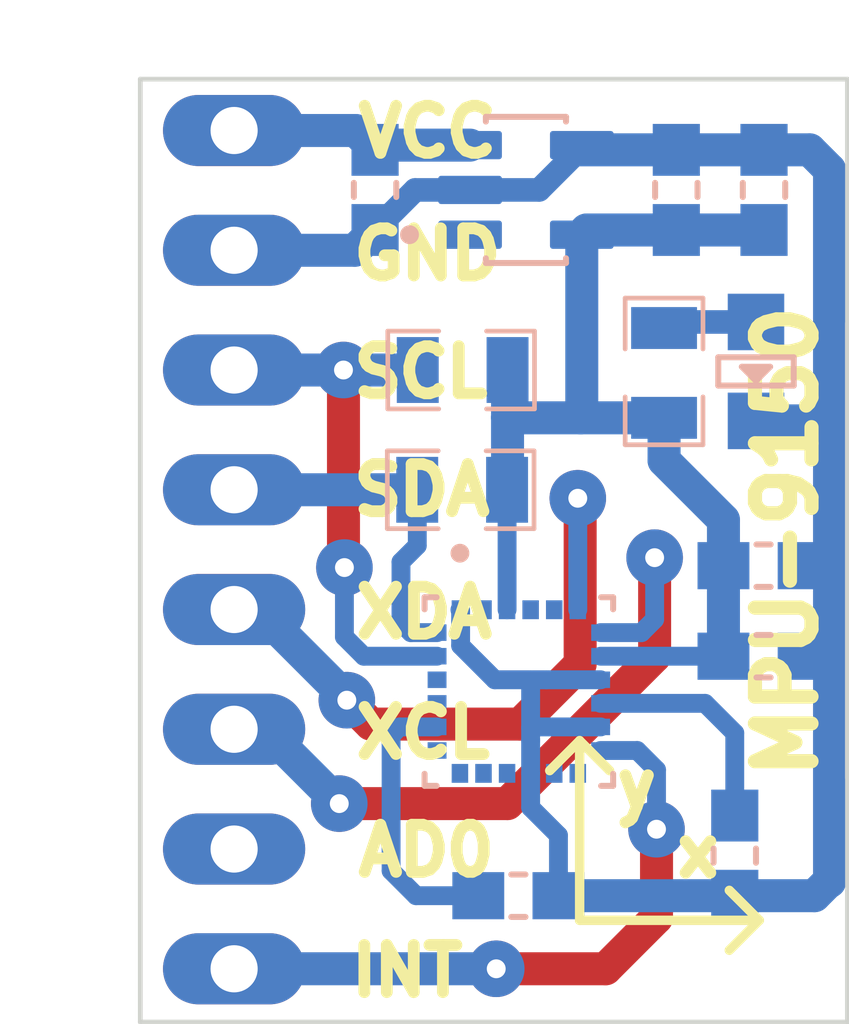
<source format=kicad_pcb>
(kicad_pcb (version 20221018) (generator pcbnew)
  (layers (0 "F.Cu" signal) (31 "B.Cu" signal) (34 "B.Paste" user) (35 "F.Paste" user) (36 "B.SilkS" user "B.Silkscreen") (37 "F.SilkS" user "F.Silkscreen") (38 "B.Mask" user) (39 "F.Mask" user) (44 "Edge.Cuts" user))
  (net 0 "")
  (net 1 "GND")
  (net 2 "Net-(U1-CPOUT)")
  (net 3 "Net-(U1-REGOUT)")
  (net 4 "+3.3V")
  (net 5 "VCC")
  (net 6 "Net-(LED1-A)")
  (net 7 "/SCL")
  (net 8 "/SDA")
  (net 9 "/XDA")
  (net 10 "/XCL")
  (net 11 "/INT")
  (footprint "clipboard:70e4de65-3598-4798-9b89-24573daf4825" (layer "F.Cu") (at 170.12925 58.38175)
    (fp_text reference "" (at 0 0) (layer "F.SilkS") (effects (font (size 1.27 1.27))))
    (fp_text value "" (at 0 0) (layer "F.SilkS") (effects (font (size 1.27 1.27))))
    (fp_text user "y" (at -2.6 -3.4) (layer "F.SilkS") (effects (font (thickness 0.25) bold)))
    (fp_text user "x" (at -1.3 -2) (layer "F.SilkS") (effects (font (thickness 0.25) bold)))
    (fp_line (start -3.81 -4.35) (end -4.445 -3.715) (stroke (width 0.2)) (layer "F.SilkS"))
    (fp_line (start -3.81 -4.35) (end -3.175 -3.715) (stroke (width 0.2)) (layer "F.SilkS"))
    (fp_line (start -3.81 -0.54) (end -3.81 -4.35) (stroke (width 0.2)) (layer "F.SilkS"))
    (fp_line (start -3.81 -0.54) (end 0 -0.54) (stroke (width 0.2)) (layer "F.SilkS"))
    (fp_line (start 0 -0.54) (end -0.635 -1.175) (stroke (width 0.2)) (layer "F.SilkS"))
    (fp_line (start 0 -0.54) (end -0.635 0.095) (stroke (width 0.2)) (layer "F.SilkS"))
  )
  (footprint "footprints:GY-521-MPU-6050" (layer "F.Cu") (at 158.99 50)
    (fp_text reference "P1" hide)
    (fp_text value "CONN_01X08")
    (pad "1" thru_hole oval (at 0 -8.91) (size 3.016 1.508) (drill 1) (layers "*.Cu" "*.Mask") (net 5 "VCC"))
    (pad "2" thru_hole oval (at 0 -6.37) (size 3.016 1.508) (drill 1) (layers "*.Cu" "*.Mask") (net 1 "GND"))
    (pad "3" thru_hole oval (at 0 -3.83) (size 3.016 1.508) (drill 1) (layers "*.Cu" "*.Mask") (net 7 "/SCL"))
    (pad "4" thru_hole oval (at 0 -1.29) (size 3.016 1.508) (drill 1) (layers "*.Cu" "*.Mask") (net 8 "/SDA"))
    (pad "5" thru_hole oval (at 0 1.25) (size 3.016 1.508) (drill 1) (layers "*.Cu" "*.Mask") (net 9 "/XDA"))
    (pad "6" thru_hole oval (at 0 3.79) (size 3.016 1.508) (drill 1) (layers "*.Cu" "*.Mask") (net 10 "/XCL"))
    (pad "7" thru_hole oval (at 0 6.33) (size 3.016 1.508) (drill 1) (layers "*.Cu" "*.Mask"))
    (pad "8" thru_hole oval (at 0 8.87) (size 3.016 1.508) (drill 1) (layers "*.Cu" "*.Mask") (net 11 "/INT"))
  )
  (footprint "footprints:C_0603" (layer "B.Cu") (at 169.61 56.47 90)
    (fp_text reference "C2" hide)
    (fp_text value "100nF")
    (fp_line (start -0.15 -0.45) (end 0.15 -0.45) (stroke (width 0.127)) (layer "B.SilkS"))
    (fp_line (start -0.15 0.45) (end 0.15 0.45) (stroke (width 0.127)) (layer "B.SilkS"))
    (pad "1" smd rect (at -0.85 0 90) (size 1.1 1) (layers "B.Cu" "B.Paste" "B.Mask") (net 1 "GND"))
    (pad "2" smd rect (at 0.85 0 90) (size 1.1 1) (layers "B.Cu" "B.Paste" "B.Mask") (net 3 "Net-(U1-REGOUT)"))
  )
  (footprint "EESTN5:R_0805" (layer "B.Cu") (at 168.11 46.23175 90)
    (fp_text reference "R3" hide)
    (fp_text value "1K" hide)
    (fp_line (start -1.524 -0.8255) (end -1.524 0.8255) (stroke (width 0.09906)) (layer "B.SilkS"))
    (fp_line (start -1.524 0.8255) (end -0.508 0.8255) (stroke (width 0.09906)) (layer "B.SilkS"))
    (fp_line (start -0.508 -0.8255) (end -1.524 -0.8255) (stroke (width 0.09906)) (layer "B.SilkS"))
    (fp_line (start 0.508 0.8255) (end 1.5875 0.8255) (stroke (width 0.09906)) (layer "B.SilkS"))
    (fp_line (start 1.5875 -0.8255) (end 0.508 -0.8255) (stroke (width 0.09906)) (layer "B.SilkS"))
    (fp_line (start 1.5875 0.8255) (end 1.5875 -0.8255) (stroke (width 0.09906)) (layer "B.SilkS"))
    (pad "1" smd rect (at -0.9525 0 90) (size 0.889 1.397) (layers "B.Cu" "B.Paste" "B.Mask") (net 4 "+3.3V"))
    (pad "2" smd rect (at 0.9525 0 90) (size 0.889 1.397) (layers "B.Cu" "B.Paste" "B.Mask") (net 6 "Net-(LED1-A)"))
  )
  (footprint "footprints:C_0603" (layer "B.Cu") (at 165.02 57.32 180)
    (fp_text reference "C1" hide)
    (fp_text value "2.2nF")
    (fp_line (start -0.15 -0.45) (end 0.15 -0.45) (stroke (width 0.127)) (layer "B.SilkS"))
    (fp_line (start -0.15 0.45) (end 0.15 0.45) (stroke (width 0.127)) (layer "B.SilkS"))
    (pad "1" smd rect (at -0.85 0 180) (size 1.1 1) (layers "B.Cu" "B.Paste" "B.Mask") (net 1 "GND"))
    (pad "2" smd rect (at 0.85 0 180) (size 1.1 1) (layers "B.Cu" "B.Paste" "B.Mask") (net 2 "Net-(U1-CPOUT)"))
  )
  (footprint "footprints:AP2112K-3.3-Sot25" (layer "B.Cu") (at 165.18 42.35)
    (fp_text reference "U2" hide)
    (fp_text value "AP2112K-3.3")
    (fp_line (start -0.85 -1.55) (end -0.85 -1.45) (stroke (width 0.127)) (layer "B.SilkS"))
    (fp_line (start -0.85 1.55) (end -0.85 1.45) (stroke (width 0.127)) (layer "B.SilkS"))
    (fp_line (start 0.85 -1.55) (end -0.85 -1.55) (stroke (width 0.127)) (layer "B.SilkS"))
    (fp_line (start 0.85 -1.55) (end 0.85 -1.45) (stroke (width 0.127)) (layer "B.SilkS"))
    (fp_line (start 0.85 1.55) (end -0.85 1.55) (stroke (width 0.127)) (layer "B.SilkS"))
    (fp_line (start 0.85 1.55) (end 0.85 1.45) (stroke (width 0.127)) (layer "B.SilkS"))
    (fp_circle (center -2.469 0.95) (end -2.369 0.95) (stroke (width 0.2)) (fill none) (layer "B.SilkS"))
    (pad "1" smd roundrect (at -1.185 0.95 90) (size 0.6 1.35) (layers "B.Cu" "B.Paste" "B.Mask") (roundrect_rratio 0.1))
    (pad "2" smd roundrect (at -1.185 0 90) (size 0.6 1.35) (layers "B.Cu" "B.Paste" "B.Mask") (roundrect_rratio 0.1) (net 1 "GND"))
    (pad "2" smd roundrect (at 1.185 -0.95 90) (size 0.6 1.35) (layers "B.Cu" "B.Paste" "B.Mask") (roundrect_rratio 0.1) (net 1 "GND"))
    (pad "3" smd roundrect (at -1.185 -0.95 90) (size 0.6 1.35) (layers "B.Cu" "B.Paste" "B.Mask") (roundrect_rratio 0.1) (net 5 "VCC"))
    (pad "5" smd roundrect (at 1.185 0.95 90) (size 0.6 1.35) (layers "B.Cu" "B.Paste" "B.Mask") (roundrect_rratio 0.1) (net 4 "+3.3V"))
  )
  (footprint "footprints:C_0603" (layer "B.Cu") (at 170.23 42.35 -90)
    (fp_text reference "C5" hide)
    (fp_text value "100nF")
    (fp_line (start -0.15 -0.45) (end 0.15 -0.45) (stroke (width 0.127)) (layer "B.SilkS"))
    (fp_line (start -0.15 0.45) (end 0.15 0.45) (stroke (width 0.127)) (layer "B.SilkS"))
    (pad "1" smd rect (at -0.85 0 270) (size 1.1 1) (layers "B.Cu" "B.Paste" "B.Mask") (net 1 "GND"))
    (pad "2" smd rect (at 0.85 0 270) (size 1.1 1) (layers "B.Cu" "B.Paste" "B.Mask") (net 4 "+3.3V"))
  )
  (footprint "EESTN5:Led_0805" (layer "B.Cu") (at 170.06 46.2 -90)
    (fp_text reference "LED1" hide)
    (fp_text value "LED" hide)
    (fp_line (start -0.3 0.8) (end 0.3 0.8) (stroke (width 0.127)) (layer "B.SilkS"))
    (fp_line (start -0.29972 0.8001) (end -0.29972 -0.8001) (stroke (width 0.127)) (layer "B.SilkS"))
    (fp_line (start -0.09906 -0.29972) (end 0.20066 0) (stroke (width 0.127)) (layer "B.SilkS"))
    (fp_line (start -0.09906 0.29972) (end -0.09906 -0.29972) (stroke (width 0.127)) (layer "B.SilkS"))
    (fp_line (start 0 0.20066) (end 0 -0.20066) (stroke (width 0.127)) (layer "B.SilkS"))
    (fp_line (start 0.09906 -0.09906) (end 0.09906 0.09906) (stroke (width 0.127)) (layer "B.SilkS"))
    (fp_line (start 0.20066 0) (end -0.09906 0.29972) (stroke (width 0.127)) (layer "B.SilkS"))
    (fp_line (start 0.29972 -0.8001) (end 0.29972 0.8001) (stroke (width 0.127)) (layer "B.SilkS"))
    (fp_line (start 0.3 -0.8) (end -0.3 -0.8) (stroke (width 0.127)) (layer "B.SilkS"))
    (pad "1" smd rect (at -1.04902 0 270) (size 1.19888 1.19888) (layers "B.Cu" "B.Paste" "B.Mask") (net 6 "Net-(LED1-A)"))
    (pad "2" smd rect (at 1.04902 0 270) (size 1.19888 1.19888) (layers "B.Cu" "B.Paste" "B.Mask") (net 1 "GND"))
  )
  (footprint "footprints:C_0603" (layer "B.Cu") (at 161.98 42.35 -90)
    (fp_text reference "C7" hide)
    (fp_text value "4.7uF")
    (fp_line (start -0.15 -0.45) (end 0.15 -0.45) (stroke (width 0.127)) (layer "B.SilkS"))
    (fp_line (start -0.15 0.45) (end 0.15 0.45) (stroke (width 0.127)) (layer "B.SilkS"))
    (pad "1" smd rect (at -0.85 0 270) (size 1.1 1) (layers "B.Cu" "B.Paste" "B.Mask") (net 5 "VCC"))
    (pad "2" smd rect (at 0.85 0 270) (size 1.1 1) (layers "B.Cu" "B.Paste" "B.Mask") (net 1 "GND"))
  )
  (footprint "footprints:C_0603" (layer "B.Cu") (at 170.22 52.24)
    (fp_text reference "C4" hide)
    (fp_text value "10nF")
    (fp_line (start -0.15 -0.45) (end 0.15 -0.45) (stroke (width 0.127)) (layer "B.SilkS"))
    (fp_line (start -0.15 0.45) (end 0.15 0.45) (stroke (width 0.127)) (layer "B.SilkS"))
    (pad "1" smd rect (at -0.85 0) (size 1.1 1) (layers "B.Cu" "B.Paste" "B.Mask") (net 4 "+3.3V"))
    (pad "2" smd rect (at 0.85 0) (size 1.1 1) (layers "B.Cu" "B.Paste" "B.Mask") (net 1 "GND"))
  )
  (footprint "footprints:C_0603" (layer "B.Cu") (at 168.37 42.35 -90)
    (fp_text reference "C6" hide)
    (fp_text value "10uF")
    (fp_line (start -0.15 -0.45) (end 0.15 -0.45) (stroke (width 0.127)) (layer "B.SilkS"))
    (fp_line (start -0.15 0.45) (end 0.15 0.45) (stroke (width 0.127)) (layer "B.SilkS"))
    (pad "1" smd rect (at -0.85 0 270) (size 1.1 1) (layers "B.Cu" "B.Paste" "B.Mask") (net 1 "GND"))
    (pad "2" smd rect (at 0.85 0 270) (size 1.1 1) (layers "B.Cu" "B.Paste" "B.Mask") (net 4 "+3.3V"))
  )
  (footprint "footprints:C_0603" (layer "B.Cu") (at 170.22 50.32)
    (fp_text reference "C3" hide)
    (fp_text value "100nF")
    (fp_line (start -0.15 -0.45) (end 0.15 -0.45) (stroke (width 0.127)) (layer "B.SilkS"))
    (fp_line (start -0.15 0.45) (end 0.15 0.45) (stroke (width 0.127)) (layer "B.SilkS"))
    (pad "1" smd rect (at -0.85 0) (size 1.1 1) (layers "B.Cu" "B.Paste" "B.Mask") (net 4 "+3.3V"))
    (pad "2" smd rect (at 0.85 0) (size 1.1 1) (layers "B.Cu" "B.Paste" "B.Mask") (net 1 "GND"))
  )
  (footprint "EESTN5:R_0805" (layer "B.Cu") (at 163.8275 48.71 180)
    (fp_text reference "R1" hide)
    (fp_text value "10K" hide)
    (fp_line (start -1.524 -0.8255) (end -1.524 0.8255) (stroke (width 0.09906)) (layer "B.SilkS"))
    (fp_line (start -1.524 0.8255) (end -0.508 0.8255) (stroke (width 0.09906)) (layer "B.SilkS"))
    (fp_line (start -0.508 -0.8255) (end -1.524 -0.8255) (stroke (width 0.09906)) (layer "B.SilkS"))
    (fp_line (start 0.508 0.8255) (end 1.5875 0.8255) (stroke (width 0.09906)) (layer "B.SilkS"))
    (fp_line (start 1.5875 -0.8255) (end 0.508 -0.8255) (stroke (width 0.09906)) (layer "B.SilkS"))
    (fp_line (start 1.5875 0.8255) (end 1.5875 -0.8255) (stroke (width 0.09906)) (layer "B.SilkS"))
    (pad "1" smd rect (at -0.9525 0 180) (size 0.889 1.397) (layers "B.Cu" "B.Paste" "B.Mask") (net 4 "+3.3V"))
    (pad "2" smd rect (at 0.9525 0 180) (size 0.889 1.397) (layers "B.Cu" "B.Paste" "B.Mask") (net 8 "/SDA"))
  )
  (footprint "EESTN5:R_0805" (layer "B.Cu") (at 163.8375 46.17 180)
    (fp_text reference "R2" hide)
    (fp_text value "10K" hide)
    (fp_line (start -1.524 -0.8255) (end -1.524 0.8255) (stroke (width 0.09906)) (layer "B.SilkS"))
    (fp_line (start -1.524 0.8255) (end -0.508 0.8255) (stroke (width 0.09906)) (layer "B.SilkS"))
    (fp_line (start -0.508 -0.8255) (end -1.524 -0.8255) (stroke (width 0.09906)) (layer "B.SilkS"))
    (fp_line (start 0.508 0.8255) (end 1.5875 0.8255) (stroke (width 0.09906)) (layer "B.SilkS"))
    (fp_line (start 1.5875 -0.8255) (end 0.508 -0.8255) (stroke (width 0.09906)) (layer "B.SilkS"))
    (fp_line (start 1.5875 0.8255) (end 1.5875 -0.8255) (stroke (width 0.09906)) (layer "B.SilkS"))
    (pad "1" smd rect (at -0.9525 0 180) (size 0.889 1.397) (layers "B.Cu" "B.Paste" "B.Mask") (net 4 "+3.3V"))
    (pad "2" smd rect (at 0.9525 0 180) (size 0.889 1.397) (layers "B.Cu" "B.Paste" "B.Mask") (net 7 "/SCL"))
  )
  (footprint "footprints:MPU-9150-Qfn-24" (layer "B.Cu") (at 165.03 52.99 -90)
    (fp_text reference "U1" hide)
    (fp_text value "MPU-9150")
    (fp_line (start -2 -2) (end -2 -1.745) (stroke (width 0.127)) (layer "B.SilkS"))
    (fp_line (start -2 1.745) (end -2 2) (stroke (width 0.127)) (layer "B.SilkS"))
    (fp_line (start -2 2) (end -1.745 2) (stroke (width 0.127)) (layer "B.SilkS"))
    (fp_line (start -1.745 -2) (end -2 -2) (stroke (width 0.127)) (layer "B.SilkS"))
    (fp_line (start 1.745 2) (end 2 2) (stroke (width 0.127)) (layer "B.SilkS"))
    (fp_line (start 2 -2) (end 1.745 -2) (stroke (width 0.127)) (layer "B.SilkS"))
    (fp_line (start 2 -2) (end 2 -1.745) (stroke (width 0.127)) (layer "B.SilkS"))
    (fp_line (start 2 2) (end 2 1.745) (stroke (width 0.127)) (layer "B.SilkS"))
    (fp_circle (center -2.935 1.25) (end -2.835 1.25) (stroke (width 0.2)) (fill none) (layer "B.SilkS"))
    (pad "1" smd rect (at -1.735 1.25 270) (size 0.4 0.35) (layers "B.Cu" "B.Paste") (net 1 "GND"))
    (pad "2" smd rect (at -1.735 0.75 270) (size 0.4 0.35) (layers "B.Cu" "B.Paste"))
    (pad "3" smd rect (at -1.735 0.25 270) (size 0.4 0.35) (layers "B.Cu" "B.Paste") (net 4 "+3.3V"))
    (pad "4" smd rect (at -1.735 -0.25 270) (size 0.4 0.35) (layers "B.Cu" "B.Paste"))
    (pad "5" smd rect (at -1.735 -0.75 270) (size 0.4 0.35) (layers "B.Cu" "B.Paste"))
    (pad "6" smd rect (at -1.735 -1.25 270) (size 0.4 0.35) (layers "B.Cu" "B.Paste") (net 9 "/XDA"))
    (pad "7" smd rect (at -1.25 -1.735 270) (size 0.35 0.4) (layers "B.Cu" "B.Paste") (net 10 "/XCL"))
    (pad "8" smd rect (at -0.75 -1.735 270) (size 0.35 0.4) (layers "B.Cu" "B.Paste") (net 4 "+3.3V"))
    (pad "9" smd rect (at -0.25 -1.735 270) (size 0.35 0.4) (layers "B.Cu" "B.Paste") (net 1 "GND"))
    (pad "10" smd rect (at 0.25 -1.735 270) (size 0.35 0.4) (layers "B.Cu" "B.Paste") (net 3 "Net-(U1-REGOUT)"))
    (pad "11" smd rect (at 0.75 -1.735 270) (size 0.35 0.4) (layers "B.Cu" "B.Paste") (net 1 "GND"))
    (pad "12" smd rect (at 1.25 -1.735 270) (size 0.35 0.4) (layers "B.Cu" "B.Paste") (net 11 "/INT"))
    (pad "13" smd rect (at 1.735 -1.25 270) (size 0.4 0.35) (layers "B.Cu" "B.Paste"))
    (pad "14" smd rect (at 1.735 -0.75 270) (size 0.4 0.35) (layers "B.Cu" "B.Paste"))
    (pad "15" smd rect (at 1.735 -0.25 270) (size 0.4 0.35) (layers "B.Cu" "B.Paste") (net 1 "GND"))
    (pad "16" smd rect (at 1.735 0.25 270) (size 0.4 0.35) (layers "B.Cu" "B.Paste"))
    (pad "17" smd rect (at 1.735 0.75 270) (size 0.4 0.35) (layers "B.Cu" "B.Paste"))
    (pad "18" smd rect (at 1.735 1.25 270) (size 0.4 0.35) (layers "B.Cu" "B.Paste"))
    (pad "19" smd rect (at 1.25 1.735 270) (size 0.35 0.4) (layers "B.Cu" "B.Paste"))
    (pad "20" smd rect (at 0.75 1.735 270) (size 0.35 0.4) (layers "B.Cu" "B.Paste") (net 2 "Net-(U1-CPOUT)"))
    (pad "21" smd rect (at 0.25 1.735 270) (size 0.35 0.4) (layers "B.Cu" "B.Paste"))
    (pad "22" smd rect (at -0.25 1.735 270) (size 0.35 0.4) (layers "B.Cu" "B.Paste"))
    (pad "23" smd rect (at -0.75 1.735 270) (size 0.35 0.4) (layers "B.Cu" "B.Paste") (net 7 "/SCL"))
    (pad "24" smd rect (at -1.25 1.735 270) (size 0.35 0.4) (layers "B.Cu" "B.Paste") (net 8 "/SDA"))
  )
  (gr_line (start 172 40) (end 172 60) (stroke (width 0.1)) (layer "Edge.Cuts"))
  (gr_line (start 157 40) (end 157 60) (stroke (width 0.1)) (layer "Edge.Cuts"))
  (gr_line (start 172 45.175) (end 172 54.825) (stroke (width 0.1)) (layer "Edge.Cuts"))
  (gr_line (start 157 40) (end 172 40) (stroke (width 0.1)) (layer "Edge.Cuts"))
  (gr_line (start 157 60) (end 172 60) (stroke (width 0.1)) (layer "Edge.Cuts"))
  (gr_text "INT" (at 161.35 59.5) (layer "F.SilkS") (effects (font (size 1 1) (thickness 0.25) bold) (justify left bottom)))
  (gr_text "XCL" (at 161.45 54.45) (layer "F.SilkS") (effects (font (size 1 1) (thickness 0.25) bold) (justify left bottom)))
  (gr_text "SDA" (at 161.4 49.3) (layer "F.SilkS") (effects (font (size 1 1) (thickness 0.25) bold) (justify left bottom)))
  (gr_text "XDA" (at 161.45 51.9) (layer "F.SilkS") (effects (font (size 1 1) (thickness 0.25) bold) (justify left bottom)))
  (gr_text "VCC\n" (at 161.5 41.7) (layer "F.SilkS") (effects (font (size 1 1) (thickness 0.25) bold) (justify left bottom)))
  (gr_text "AD0" (at 161.5 56.95) (layer "F.SilkS") (effects (font (size 1 1) (thickness 0.25) bold) (justify left bottom)))
  (gr_text "SCL\n" (at 161.4 46.8) (layer "F.SilkS") (effects (font (size 1 1) (thickness 0.25) bold) (justify left bottom)))
  (gr_text "MPU-9150" (at 171.4 54.95 90) (layer "F.SilkS") (effects (font (size 1.2 1.2) (thickness 0.3) bold) (justify left bottom)))
  (gr_text "GND" (at 161.4 44.3) (layer "F.SilkS") (effects (font (size 1 1) (thickness 0.25) bold) (justify left bottom)))
  (segment (start 171.3 57.32) (end 171.6 57.02) (width 0.7) (layer "B.Cu") (net 1))
  (segment (start 171.58902 47.24902) (end 171.62 47.28) (width 0.7) (layer "B.Cu") (net 1))
  (segment (start 168.37 41.5) (end 166.31 41.5) (width 0.7) (layer "B.Cu") (net 1))
  (segment (start 171.62 52.29) (end 171.62 57.02) (width 0.7) (layer "B.Cu") (net 1))
  (segment (start 158.99 43.63) (end 161.55 43.63) (width 0.7) (layer "B.Cu") (net 1))
  (segment (start 171.07 52.24) (end 171.57 52.24) (width 0.7) (layer "B.Cu") (net 1))
  (segment (start 165.3 53.74) (end 165.28 53.76) (width 0.4) (layer "B.Cu") (net 1))
  (segment (start 171.62 50.31) (end 171.62 52.29) (width 0.7) (layer "B.Cu") (net 1))
  (segment (start 165.28 54.725) (end 165.28 55.45) (width 0.4) (layer "B.Cu") (net 1))
  (segment (start 166.22 41.59) (end 165.46 42.35) (width 0.5) (layer "B.Cu") (net 1))
  (segment (start 170.23 41.5) (end 171.2 41.5) (width 0.7) (layer "B.Cu") (net 1))
  (segment (start 163.795 51.27) (end 163.795 52.015) (width 0.4) (layer "B.Cu") (net 1))
  (segment (start 161.55 43.63) (end 161.98 43.2) (width 0.7) (layer "B.Cu") (net 1))
  (segment (start 165.28 55.45) (end 165.87 56.04) (width 0.4) (layer "B.Cu") (net 1))
  (segment (start 163.995 42.35) (end 162.83 42.35) (width 0.5) (layer "B.Cu") (net 1))
  (segment (start 171.62 47.28) (end 171.62 50.31) (width 0.7) (layer "B.Cu") (net 1))
  (segment (start 171.62 41.92) (end 171.62 47.28) (width 0.7) (layer "B.Cu") (net 1))
  (segment (start 168.37 41.5) (end 170.23 41.5) (width 0.7) (layer "B.Cu") (net 1))
  (segment (start 163.78 51.255) (end 163.795 51.27) (width 0.4) (layer "B.Cu") (net 1))
  (segment (start 165.28 53.76) (end 165.28 54.03) (width 0.4) (layer "B.Cu") (net 1))
  (segment (start 171.2 41.5) (end 171.62 41.92) (width 0.7) (layer "B.Cu") (net 1))
  (segment (start 166.765 52.74) (end 165.61 52.74) (width 0.4) (layer "B.Cu") (net 1))
  (segment (start 171.6 57.02) (end 171.62 57.02) (width 0.7) (layer "B.Cu") (net 1))
  (segment (start 165.46 42.35) (end 163.995 42.35) (width 0.5) (layer "B.Cu") (net 1))
  (segment (start 162.83 42.35) (end 161.98 43.2) (width 0.5) (layer "B.Cu") (net 1))
  (segment (start 163.795 52.015) (end 164.52 52.74) (width 0.4) (layer "B.Cu") (net 1))
  (segment (start 171.07 50.32) (end 171.61 50.32) (width 0.7) (layer "B.Cu") (net 1))
  (segment (start 169.6 57.33) (end 169.61 57.32) (width 0.2) (layer "B.Cu") (net 1))
  (segment (start 165.87 56.04) (end 165.87 57.32) (width 0.4) (layer "B.Cu") (net 1))
  (segment (start 165.28 52.74) (end 165.61 52.74) (width 0.4) (layer "B.Cu") (net 1))
  (segment (start 171.57 52.24) (end 171.62 52.29) (width 0.7) (layer "B.Cu") (net 1))
  (segment (start 169.61 57.32) (end 165.87 57.32) (width 0.7) (layer "B.Cu") (net 1))
  (segment (start 166.765 53.74) (end 165.3 53.74) (width 0.4) (layer "B.Cu") (net 1))
  (segment (start 164.52 52.74) (end 165.28 52.74) (width 0.4) (layer "B.Cu") (net 1))
  (segment (start 171.61 50.32) (end 171.62 50.31) (width 0.7) (layer "B.Cu") (net 1))
  (segment (start 165.28 54.725) (end 165.28 54.03) (width 0.4) (layer "B.Cu") (net 1))
  (segment (start 171.3 57.32) (end 169.61 57.32) (width 0.7) (layer "B.Cu") (net 1))
  (segment (start 170.06 47.24902) (end 171.58902 47.24902) (width 0.7) (layer "B.Cu") (net 1))
  (segment (start 165.28 53.76) (end 165.28 52.74) (width 0.4) (layer "B.Cu") (net 1))
  (segment (start 164.17 57.32) (end 162.85 57.32) (width 0.4) (layer "B.Cu") (net 2))
  (segment (start 162.85 57.32) (end 162.32 56.79) (width 0.4) (layer "B.Cu") (net 2))
  (segment (start 162.32 53.92) (end 162.32 56.79) (width 0.4) (layer "B.Cu") (net 2))
  (segment (start 162.5 53.74) (end 162.32 53.92) (width 0.4) (layer "B.Cu") (net 2))
  (segment (start 163.295 53.74) (end 162.5 53.74) (width 0.4) (layer "B.Cu") (net 2))
  (segment (start 166.765 53.24) (end 168.98 53.24) (width 0.4) (layer "B.Cu") (net 3))
  (segment (start 169.61 53.87) (end 169.61 55.62) (width 0.4) (layer "B.Cu") (net 3))
  (segment (start 168.98 53.24) (end 169.61 53.87) (width 0.4) (layer "B.Cu") (net 3))
  (segment (start 169.37 50.32) (end 169.37 52.24) (width 0.7) (layer "B.Cu") (net 4))
  (segment (start 168.37 43.2) (end 166.465 43.2) (width 0.7) (layer "B.Cu") (net 4))
  (segment (start 164.79425 47.18425) (end 166.34 47.18425) (width 0.7) (layer "B.Cu") (net 4))
  (segment (start 168.11 48.09) (end 169.37 49.35) (width 0.7) (layer "B.Cu") (net 4))
  (segment (start 164.79 47.18) (end 164.79425 47.18425) (width 0.7) (layer "B.Cu") (net 4))
  (segment (start 164.79 48.7) (end 164.78 48.71) (width 0.7) (layer "B.Cu") (net 4))
  (segment (start 170.23 43.2) (end 168.37 43.2) (width 0.7) (layer "B.Cu") (net 4))
  (segment (start 168.11 47.18425) (end 168.11 48.09) (width 0.7) (layer "B.Cu") (net 4))
  (segment (start 169.37 49.35) (end 169.37 50.32) (width 0.7) (layer "B.Cu") (net 4))
  (segment (start 164.79 46.17) (end 164.79 47.18) (width 0.7) (layer "B.Cu") (net 4))
  (segment (start 166.365 43.3) (end 166.365 47.15925) (width 0.7) (layer "B.Cu") (net 4))
  (segment (start 166.365 47.15925) (end 166.34 47.18425) (width 0.7) (layer "B.Cu") (net 4))
  (segment (start 164.78 51.255) (end 164.78 48.71) (width 0.4) (layer "B.Cu") (net 4))
  (segment (start 166.34 47.18425) (end 168.11 47.18425) (width 0.7) (layer "B.Cu") (net 4))
  (segment (start 169.37 52.24) (end 166.765 52.24) (width 0.4) (layer "B.Cu") (net 4))
  (segment (start 164.79 47.18) (end 164.79 48.7) (width 0.7) (layer "B.Cu") (net 4))
  (segment (start 166.465 43.2) (end 166.365 43.3) (width 0.7) (layer "B.Cu") (net 4))
  (segment (start 161.57 41.09) (end 161.98 41.5) (width 0.7) (layer "B.Cu") (net 5))
  (segment (start 162.08 41.4) (end 161.98 41.5) (width 0.7) (layer "B.Cu") (net 5))
  (segment (start 158.99 41.09) (end 161.57 41.09) (width 0.7) (layer "B.Cu") (net 5))
  (segment (start 163.995 41.4) (end 162.08 41.4) (width 0.7) (layer "B.Cu") (net 5))
  (segment (start 168.23827 45.15098) (end 168.11 45.27925) (width 0.5) (layer "B.Cu") (net 6))
  (segment (start 170.06 45.15098) (end 168.23827 45.15098) (width 0.5) (layer "B.Cu") (net 6))
  (segment (start 161.31 50.34) (end 161.31 46.17) (width 0.7) (layer "F.Cu") (net 7))
  (segment (start 161.33 50.36) (end 161.31 50.34) (width 0.7) (layer "F.Cu") (net 7))
  (via (at 161.31 46.17) (size 1.2) (drill 0.4) (layers "F.Cu" "B.Cu") (net 7))
  (via (at 161.33 50.36) (size 1.2) (drill 0.4) (layers "F.Cu" "B.Cu") (net 7))
  (segment (start 158.99 46.17) (end 161.31 46.17) (width 0.7) (layer "B.Cu") (net 7))
  (segment (start 161.31 46.17) (end 162.885 46.17) (width 0.7) (layer "B.Cu") (net 7))
  (segment (start 163.295 52.24) (end 161.74 52.24) (width 0.4) (layer "B.Cu") (net 7))
  (segment (start 161.33 51.83) (end 161.33 50.36) (width 0.4) (layer "B.Cu") (net 7))
  (segment (start 161.74 52.24) (end 161.33 51.83) (width 0.4) (layer "B.Cu") (net 7))
  (segment (start 158.99 48.71) (end 162.875 48.71) (width 0.7) (layer "B.Cu") (net 8))
  (segment (start 162.53 51.53) (end 162.53 50.24) (width 0.4) (layer "B.Cu") (net 8))
  (segment (start 162.53 50.24) (end 162.875 49.895) (width 0.4) (layer "B.Cu") (net 8))
  (segment (start 162.74 51.74) (end 162.53 51.53) (width 0.4) (layer "B.Cu") (net 8))
  (segment (start 162.875 49.895) (end 162.875 48.71) (width 0.4) (layer "B.Cu") (net 8))
  (segment (start 163.295 51.74) (end 162.74 51.74) (width 0.4) (layer "B.Cu") (net 8))
  (segment (start 161.888321 53.68) (end 165.06 53.68) (width 0.7) (layer "F.Cu") (net 9))
  (segment (start 166.33 52.41) (end 166.33 48.94) (width 0.7) (layer "F.Cu") (net 9))
  (segment (start 166.33 48.94) (end 166.28 48.89) (width 0.7) (layer "F.Cu") (net 9))
  (segment (start 165.06 53.68) (end 166.33 52.41) (width 0.7) (layer "F.Cu") (net 9))
  (segment (start 161.3812 53.172879) (end 161.888321 53.68) (width 0.7) (layer "F.Cu") (net 9))
  (via (at 166.28 48.89) (size 1.2) (drill 0.4) (layers "F.Cu" "B.Cu") (net 9))
  (via (at 161.3812 53.172879) (size 1.2) (drill 0.4) (layers "F.Cu" "B.Cu") (net 9))
  (segment (start 166.28 51.255) (end 166.28 48.89) (width 0.4) (layer "B.Cu") (net 9))
  (segment (start 159.5 51.25) (end 158.99 51.25) (width 0.7) (layer "B.Cu") (net 9))
  (segment (start 161.3812 53.172879) (end 161.3812 53.1312) (width 0.7) (layer "B.Cu") (net 9))
  (segment (start 161.3812 53.1312) (end 159.5 51.25) (width 0.7) (layer "B.Cu") (net 9))
  (segment (start 167.91 52.244214) (end 167.91 50.15) (width 0.7) (layer "F.Cu") (net 10))
  (segment (start 164.787714 55.3665) (end 167.91 52.244214) (width 0.7) (layer "F.Cu") (net 10))
  (segment (start 161.2205 55.3665) (end 164.787714 55.3665) (width 0.7) (layer "F.Cu") (net 10))
  (via (at 167.91 50.15) (size 1.2) (drill 0.4) (layers "F.Cu" "B.Cu") (net 10))
  (via (at 161.2205 55.3665) (size 1.2) (drill 0.4) (layers "F.Cu" "B.Cu") (net 10))
  (segment (start 158.99 53.79) (end 159.82 53.79) (width 0.7) (layer "B.Cu") (net 10))
  (segment (start 159.644 53.79) (end 158.99 53.79) (width 0.7) (layer "B.Cu") (net 10))
  (segment (start 161.2205 55.3665) (end 159.644 53.79) (width 0.7) (layer "B.Cu") (net 10))
  (segment (start 167.91 51.46) (end 167.91 50.15) (width 0.4) (layer "B.Cu") (net 10))
  (segment (start 167.63 51.74) (end 167.91 51.46) (width 0.4) (layer "B.Cu") (net 10))
  (segment (start 166.765 51.74) (end 167.63 51.74) (width 0.4) (layer "B.Cu") (net 10))
  (segment (start 167.95 57.79) (end 167.95 55.91) (width 0.7) (layer "F.Cu") (net 11))
  (segment (start 166.87 58.87) (end 167.95 57.79) (width 0.7) (layer "F.Cu") (net 11))
  (segment (start 164.55 58.87) (end 166.87 58.87) (width 0.7) (layer "F.Cu") (net 11))
  (via (at 164.55 58.87) (size 1.2) (drill 0.4) (layers "F.Cu" "B.Cu") (net 11))
  (via (at 167.95 55.91) (size 1.2) (drill 0.4) (layers "F.Cu" "B.Cu") (net 11))
  (segment (start 167.95 55.91) (end 167.95 54.65) (width 0.4) (layer "B.Cu") (net 11))
  (segment (start 167.54 54.24) (end 166.765 54.24) (width 0.4) (layer "B.Cu") (net 11))
  (segment (start 164.55 58.87) (end 158.99 58.87) (width 0.7) (layer "B.Cu") (net 11))
  (segment (start 167.95 54.65) (end 167.54 54.24) (width 0.4) (layer "B.Cu") (net 11))
)
</source>
